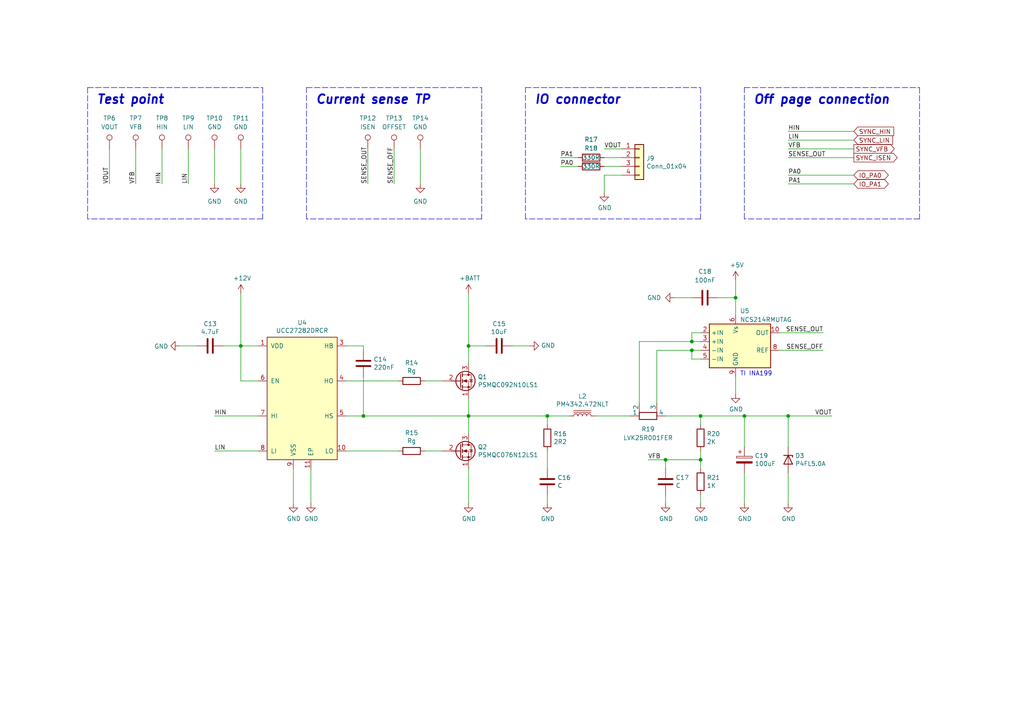
<source format=kicad_sch>
(kicad_sch (version 20211123) (generator eeschema)
  (paper "A4")
  (title_block (title "Multi purpose power converter module with CAN bus interface") (date "2022-09-07") (rev "0.1") (company "City Science Lab @ Taipei Tech /a cooperation with the MIT Media Lab") (comment 1 "DANCHOUZHOU © Danny Chou, all rights reserved.") (comment 2 "https://github.com/danchouzhou") (comment 3 "danchouzhou@gmail.com"))
  (lib_symbols
    (symbol "Connector:TestPoint" (pin_numbers hide) (pin_names (offset 0.762) hide)
      (property "Reference" "TP" (at 0 6.858 0))
      (property "Value" "TestPoint" (at 0 5.08 0))
      (symbol "TestPoint_0_1"
        (circle (center 0 3.302) (radius 0.762))
      )
      (symbol "TestPoint_1_1"
        (pin passive line (at 0 0 90) (length 2.54) (name "1") (number "1"))
      )
    )
    (symbol "Connector_Generic:Conn_01x04" (pin_names (offset 1.016) hide)
      (property "Reference" "J" (at 0 5.08 0))
      (property "Value" "Conn_01x04" (at 0 -7.62 0))
      (symbol "Conn_01x04_1_1"
        (rectangle (start -1.27 -4.953) (end 0 -5.207) (stroke (width 0.1524)))
        (rectangle (start -1.27 -2.413) (end 0 -2.667) (stroke (width 0.1524)))
        (rectangle (start -1.27 0.127) (end 0 -0.127) (stroke (width 0.1524)))
        (rectangle (start -1.27 2.667) (end 0 2.413) (stroke (width 0.1524)))
        (rectangle (start -1.27 3.81) (end 1.27 -6.35) (stroke (width 0.254)) (fill (type background)))
        (pin passive line (at -5.08 2.54 0) (length 3.81) (name "Pin_1") (number "1"))
        (pin passive line (at -5.08 0 0) (length 3.81) (name "Pin_2") (number "2"))
        (pin passive line (at -5.08 -2.54 0) (length 3.81) (name "Pin_3") (number "3"))
        (pin passive line (at -5.08 -5.08 0) (length 3.81) (name "Pin_4") (number "4"))
      )
    )
    (symbol "Device:C" (pin_numbers hide) (pin_names (offset 0.254))
      (property "Reference" "C" (at 0.635 2.54 0))
      (property "Value" "C" (at 0.635 -2.54 0))
      (symbol "C_0_1"
        (polyline (pts (xy -2.032 -0.762) (xy 2.032 -0.762)) (stroke (width 0.508)))
        (polyline (pts (xy -2.032 0.762) (xy 2.032 0.762)) (stroke (width 0.508)))
      )
      (symbol "C_1_1"
        (pin passive line (at 0 3.81 270) (length 2.794) (name "~") (number "1"))
        (pin passive line (at 0 -3.81 90) (length 2.794) (name "~") (number "2"))
      )
    )
    (symbol "Device:C_Polarized" (pin_numbers hide) (pin_names (offset 0.254))
      (property "Reference" "C" (at 0.635 2.54 0))
      (property "Value" "C_Polarized" (at 0.635 -2.54 0))
      (symbol "C_Polarized_0_1"
        (rectangle (start -2.286 0.508) (end 2.286 1.016))
        (polyline (pts (xy -1.778 2.286) (xy -0.762 2.286)))
        (polyline (pts (xy -1.27 2.794) (xy -1.27 1.778)))
        (rectangle (start 2.286 -0.508) (end -2.286 -1.016) (fill (type outline)))
      )
      (symbol "C_Polarized_1_1"
        (pin passive line (at 0 3.81 270) (length 2.794) (name "~") (number "1"))
        (pin passive line (at 0 -3.81 90) (length 2.794) (name "~") (number "2"))
      )
    )
    (symbol "Device:L_Iron" (pin_numbers hide) (pin_names (offset 1.016) hide)
      (property "Reference" "L" (at -1.27 0 90))
      (property "Value" "L_Iron" (at 2.794 0 90))
      (symbol "L_Iron_0_1"
        (arc (start 0 -2.54) (mid 0.635 -1.905) (end 0 -1.27))
        (arc (start 0 -1.27) (mid 0.635 -0.635) (end 0 0))
        (polyline (pts (xy 1.016 2.54) (xy 1.016 -2.54)))
        (polyline (pts (xy 1.524 -2.54) (xy 1.524 2.54)))
        (arc (start 0 0) (mid 0.635 0.635) (end 0 1.27))
        (arc (start 0 1.27) (mid 0.635 1.905) (end 0 2.54))
      )
      (symbol "L_Iron_1_1"
        (pin passive line (at 0 3.81 270) (length 1.27) (name "1") (number "1"))
        (pin passive line (at 0 -3.81 90) (length 1.27) (name "2") (number "2"))
      )
    )
    (symbol "Device:Q_NMOS_SGD" (pin_names (offset 0) hide)
      (property "Reference" "Q" (at 5.08 1.27 0))
      (property "Value" "Q_NMOS_SGD" (at 5.08 -1.27 0))
      (symbol "Q_NMOS_SGD_0_1"
        (polyline (pts (xy 0.254 0) (xy -2.54 0)))
        (polyline (pts (xy 0.254 1.905) (xy 0.254 -1.905)) (stroke (width 0.254)))
        (polyline (pts (xy 0.762 -1.27) (xy 0.762 -2.286)) (stroke (width 0.254)))
        (polyline (pts (xy 0.762 0.508) (xy 0.762 -0.508)) (stroke (width 0.254)))
        (polyline (pts (xy 0.762 2.286) (xy 0.762 1.27)) (stroke (width 0.254)))
        (polyline (pts (xy 2.54 2.54) (xy 2.54 1.778)))
        (polyline (pts (xy 2.54 -2.54) (xy 2.54 0) (xy 0.762 0)))
        (polyline (pts (xy 0.762 -1.778) (xy 3.302 -1.778) (xy 3.302 1.778) (xy 0.762 1.778)))
        (polyline (pts (xy 1.016 0) (xy 2.032 0.381) (xy 2.032 -0.381) (xy 1.016 0)) (fill (type outline)))
        (polyline (pts (xy 2.794 0.508) (xy 2.921 0.381) (xy 3.683 0.381) (xy 3.81 0.254)))
        (polyline (pts (xy 3.302 0.381) (xy 2.921 -0.254) (xy 3.683 -0.254) (xy 3.302 0.381)))
        (circle (center 1.651 0) (radius 2.794) (stroke (width 0.254)))
        (circle (center 2.54 -1.778) (radius 0.254) (fill (type outline)))
        (circle (center 2.54 1.778) (radius 0.254) (fill (type outline)))
      )
      (symbol "Q_NMOS_SGD_1_1"
        (pin passive line (at 2.54 -5.08 90) (length 2.54) (name "S") (number "1"))
        (pin input line (at -5.08 0 0) (length 5.08) (name "G") (number "2"))
        (pin passive line (at 2.54 5.08 270) (length 2.54) (name "D") (number "3"))
      )
    )
    (symbol "Device:R" (pin_numbers hide) (pin_names (offset 0))
      (property "Reference" "R" (at 2.032 0 90))
      (property "Value" "R" (at 0 0 90))
      (symbol "R_0_1"
        (rectangle (start -1.016 -2.54) (end 1.016 2.54) (stroke (width 0.254)))
      )
      (symbol "R_1_1"
        (pin passive line (at 0 3.81 270) (length 1.27) (name "~") (number "1"))
        (pin passive line (at 0 -3.81 90) (length 1.27) (name "~") (number "2"))
      )
    )
    (symbol "Device:R_Shunt" (pin_numbers hide) (pin_names (offset 0))
      (property "Reference" "R" (at -4.445 0 90))
      (property "Value" "R_Shunt" (at -2.54 0 90))
      (symbol "R_Shunt_0_1"
        (rectangle (start -1.016 -2.54) (end 1.016 2.54) (stroke (width 0.254)))
        (polyline (pts (xy 0 -2.54) (xy 1.27 -2.54)))
        (polyline (pts (xy 1.27 2.54) (xy 0 2.54)))
      )
      (symbol "R_Shunt_1_1"
        (pin passive line (at 0 5.08 270) (length 2.54) (name "1") (number "1"))
        (pin passive line (at 3.81 2.54 180) (length 2.54) (name "2") (number "2"))
        (pin passive line (at 3.81 -2.54 180) (length 2.54) (name "3") (number "3"))
        (pin passive line (at 0 -5.08 90) (length 2.54) (name "4") (number "4"))
      )
    )
    (symbol "Diode:5KPxxA" (pin_numbers hide) (pin_names (offset 1.016) hide)
      (property "Reference" "D" (at 0 2.54 0))
      (property "Value" "5KPxxA" (at 0 -2.54 0))
      (symbol "5KPxxA_0_1"
        (polyline (pts (xy 1.27 0) (xy -1.27 0)))
        (polyline (pts (xy -0.762 1.27) (xy -1.27 1.27) (xy -1.27 -1.27)) (stroke (width 0.254)))
        (polyline (pts (xy 1.27 1.27) (xy 1.27 -1.27) (xy -1.27 0) (xy 1.27 1.27)) (stroke (width 0.254)))
      )
      (symbol "5KPxxA_1_1"
        (pin passive line (at -3.81 0 0) (length 2.54) (name "A1") (number "1"))
        (pin passive line (at 3.81 0 180) (length 2.54) (name "A2") (number "2"))
      )
    )
    (symbol "NCS214:NCS214RMUTAG"
      (property "Reference" "U" (at -7.62 8.89 0))
      (property "Value" "NCS214RMUTAG" (at 2.54 8.89 0))
      (symbol "NCS214RMUTAG_0_1"
        (rectangle (start -7.62 7.62) (end 10.16 -5.08) (stroke (width 0.254)) (fill (type background)))
      )
      (symbol "NCS214RMUTAG_1_1"
        (pin output line (at 12.7 5.08 180) (length 2.54) (name "OUT") (number "10"))
        (pin input line (at -10.16 5.08 0) (length 2.54) (name "+IN") (number "2"))
        (pin input line (at -10.16 2.54 0) (length 2.54) (name "+IN") (number "3"))
        (pin input line (at -10.16 0 0) (length 2.54) (name "-IN") (number "4"))
        (pin input line (at -10.16 -2.54 0) (length 2.54) (name "-IN") (number "5"))
        (pin power_in line (at 0 10.16 270) (length 2.54) (name "Vs") (number "6"))
        (pin input line (at 12.7 0 180) (length 2.54) (name "REF") (number "8"))
        (pin power_in line (at 0 -7.62 90) (length 2.54) (name "GND") (number "9"))
      )
    )
    (symbol "UCC27282:UCC27282DRCR" (pin_names (offset 1.016))
      (property "Reference" "U" (at 0 21.59 0))
      (property "Value" "UCC27282DRCR" (at 0 19.05 0))
      (symbol "UCC27282DRCR_0_1"
        (rectangle (start -10.16 17.78) (end 10.16 -17.78) (stroke (width 0.2032)) (fill (type background)))
      )
      (symbol "UCC27282DRCR_1_1"
        (pin power_in line (at -12.7 15.24 0) (length 2.54) (name "VDD") (number "1"))
        (pin output line (at 12.7 -15.24 180) (length 2.54) (name "LO") (number "10"))
        (pin passive line (at 2.54 -20.32 90) (length 2.54) (name "EP") (number "11"))
        (pin passive line (at 12.7 15.24 180) (length 2.54) (name "HB") (number "3"))
        (pin output line (at 12.7 5.08 180) (length 2.54) (name "HO") (number "4"))
        (pin output line (at 12.7 -5.08 180) (length 2.54) (name "HS") (number "5"))
        (pin input line (at -12.7 5.08 0) (length 2.54) (name "EN") (number "6"))
        (pin input line (at -12.7 -5.08 0) (length 2.54) (name "HI") (number "7"))
        (pin input line (at -12.7 -15.24 0) (length 2.54) (name "LI") (number "8"))
        (pin power_in line (at -2.54 -20.32 90) (length 2.54) (name "VSS") (number "9"))
      )
    )
    (symbol "power:+12V" (power) (pin_names (offset 0))
      (property "Value" "+12V" (at 0 3.556 0))
      (symbol "+12V_0_1"
        (polyline (pts (xy -0.762 1.27) (xy 0 2.54)))
        (polyline (pts (xy 0 0) (xy 0 2.54)))
        (polyline (pts (xy 0 2.54) (xy 0.762 1.27)))
      )
      (symbol "+12V_1_1"
        (pin power_in line (at 0 0 90) (length 0) hide (name "+12V") (number "1"))
      )
    )
    (symbol "power:+5V" (power) (pin_names (offset 0))
      (property "Value" "+5V" (at 0 3.556 0))
      (symbol "+5V_0_1"
        (polyline (pts (xy -0.762 1.27) (xy 0 2.54)))
        (polyline (pts (xy 0 0) (xy 0 2.54)))
        (polyline (pts (xy 0 2.54) (xy 0.762 1.27)))
      )
      (symbol "+5V_1_1"
        (pin power_in line (at 0 0 90) (length 0) hide (name "+5V") (number "1"))
      )
    )
    (symbol "power:+BATT" (power) (pin_names (offset 0))
      (property "Value" "+BATT" (at 0 3.556 0))
      (symbol "+BATT_0_1"
        (polyline (pts (xy -0.762 1.27) (xy 0 2.54)))
        (polyline (pts (xy 0 0) (xy 0 2.54)))
        (polyline (pts (xy 0 2.54) (xy 0.762 1.27)))
      )
      (symbol "+BATT_1_1"
        (pin power_in line (at 0 0 90) (length 0) hide (name "+BATT") (number "1"))
      )
    )
    (symbol "power:GND" (power) (pin_names (offset 0))
      (property "Value" "GND" (at 0 -3.81 0))
      (symbol "GND_0_1"
        (polyline (pts (xy 0 0) (xy 0 -1.27) (xy 1.27 -1.27) (xy 0 -2.54) (xy -1.27 -1.27) (xy 0 -1.27)))
      )
      (symbol "GND_1_1"
        (pin power_in line (at 0 0 270) (length 0) hide (name "GND") (number "1"))
      )
    )
  )
  (junction (at 213.36 86.36))
  (junction (at 193.04 133.35))
  (junction (at 200.66 99.06))
  (junction (at 69.85 100.33))
  (junction (at 135.89 120.65))
  (junction (at 203.2 133.35))
  (junction (at 215.9 120.65))
  (junction (at 158.75 120.65))
  (junction (at 200.66 101.6))
  (junction (at 203.2 120.65))
  (junction (at 105.41 120.65))
  (junction (at 135.89 100.33))
  (junction (at 228.6 120.65))
  (wire (pts (xy 106.68 43.18) (xy 106.68 53.34)))
  (wire (pts (xy 208.28 86.36) (xy 213.36 86.36)))
  (wire (pts (xy 228.6 120.65) (xy 241.3 120.65)))
  (wire (pts (xy 200.66 96.52) (xy 200.66 99.06)))
  (wire (pts (xy 203.2 104.14) (xy 200.66 104.14)))
  (wire (pts (xy 54.61 43.18) (xy 54.61 53.34)))
  (polyline (pts (xy 88.9 25.4) (xy 139.7 25.4)))
  (polyline (pts (xy 266.7 25.4) (xy 266.7 63.5)))
  (wire (pts (xy 158.75 120.65) (xy 165.1 120.65)))
  (wire (pts (xy 85.09 135.89) (xy 85.09 146.05)))
  (polyline (pts (xy 203.2 63.5) (xy 152.4 63.5)))
  (wire (pts (xy 135.89 100.33) (xy 140.97 100.33)))
  (wire (pts (xy 162.56 48.26) (xy 167.64 48.26)))
  (wire (pts (xy 158.75 123.19) (xy 158.75 120.65)))
  (wire (pts (xy 193.04 120.65) (xy 203.2 120.65)))
  (wire (pts (xy 180.34 45.72) (xy 175.26 45.72)))
  (wire (pts (xy 39.37 43.18) (xy 39.37 53.34)))
  (polyline (pts (xy 88.9 63.5) (xy 88.9 25.4)))
  (polyline (pts (xy 215.9 25.4) (xy 266.7 25.4)))
  (wire (pts (xy 175.26 48.26) (xy 180.34 48.26)))
  (wire (pts (xy 121.92 43.18) (xy 121.92 53.34)))
  (wire (pts (xy 105.41 100.33) (xy 100.33 100.33)))
  (wire (pts (xy 105.41 120.65) (xy 100.33 120.65)))
  (wire (pts (xy 135.89 135.89) (xy 135.89 146.05)))
  (wire (pts (xy 69.85 43.18) (xy 69.85 53.34)))
  (polyline (pts (xy 76.2 63.5) (xy 25.4 63.5)))
  (wire (pts (xy 226.06 96.52) (xy 238.76 96.52)))
  (wire (pts (xy 153.67 100.33) (xy 148.59 100.33)))
  (wire (pts (xy 100.33 130.81) (xy 115.57 130.81)))
  (wire (pts (xy 203.2 120.65) (xy 215.9 120.65)))
  (wire (pts (xy 135.89 85.09) (xy 135.89 100.33)))
  (wire (pts (xy 175.26 50.8) (xy 175.26 55.88)))
  (polyline (pts (xy 215.9 63.5) (xy 215.9 25.4)))
  (wire (pts (xy 200.66 101.6) (xy 190.5 101.6)))
  (wire (pts (xy 90.17 135.89) (xy 90.17 146.05)))
  (wire (pts (xy 228.6 146.05) (xy 228.6 137.16)))
  (polyline (pts (xy 266.7 63.5) (xy 215.9 63.5)))
  (wire (pts (xy 114.3 43.18) (xy 114.3 53.34)))
  (wire (pts (xy 228.6 50.8) (xy 247.65 50.8)))
  (polyline (pts (xy 139.7 63.5) (xy 88.9 63.5)))
  (wire (pts (xy 228.6 45.72) (xy 247.65 45.72)))
  (wire (pts (xy 200.66 101.6) (xy 200.66 104.14)))
  (wire (pts (xy 123.19 110.49) (xy 128.27 110.49)))
  (wire (pts (xy 69.85 85.09) (xy 69.85 100.33)))
  (polyline (pts (xy 25.4 25.4) (xy 25.4 63.5)))
  (polyline (pts (xy 152.4 63.5) (xy 152.4 25.4)))
  (wire (pts (xy 203.2 96.52) (xy 200.66 96.52)))
  (wire (pts (xy 203.2 120.65) (xy 203.2 123.19)))
  (wire (pts (xy 215.9 129.54) (xy 215.9 120.65)))
  (wire (pts (xy 158.75 143.51) (xy 158.75 146.05)))
  (wire (pts (xy 62.23 43.18) (xy 62.23 53.34)))
  (polyline (pts (xy 76.2 25.4) (xy 76.2 63.5)))
  (wire (pts (xy 203.2 133.35) (xy 203.2 135.89)))
  (wire (pts (xy 180.34 50.8) (xy 175.26 50.8)))
  (polyline (pts (xy 203.2 25.4) (xy 203.2 63.5)))
  (wire (pts (xy 105.41 101.6) (xy 105.41 100.33)))
  (wire (pts (xy 228.6 43.18) (xy 247.65 43.18)))
  (wire (pts (xy 200.66 99.06) (xy 185.42 99.06)))
  (wire (pts (xy 158.75 135.89) (xy 158.75 130.81)))
  (wire (pts (xy 64.77 100.33) (xy 69.85 100.33)))
  (wire (pts (xy 69.85 110.49) (xy 74.93 110.49)))
  (wire (pts (xy 228.6 129.54) (xy 228.6 120.65)))
  (wire (pts (xy 193.04 143.51) (xy 193.04 146.05)))
  (wire (pts (xy 215.9 146.05) (xy 215.9 137.16)))
  (wire (pts (xy 185.42 99.06) (xy 185.42 116.84)))
  (wire (pts (xy 195.58 86.36) (xy 200.66 86.36)))
  (wire (pts (xy 193.04 133.35) (xy 193.04 135.89)))
  (wire (pts (xy 228.6 53.34) (xy 247.65 53.34)))
  (wire (pts (xy 62.23 120.65) (xy 74.93 120.65)))
  (wire (pts (xy 105.41 109.22) (xy 105.41 120.65)))
  (wire (pts (xy 228.6 40.64) (xy 247.65 40.64)))
  (wire (pts (xy 193.04 133.35) (xy 187.96 133.35)))
  (wire (pts (xy 135.89 105.41) (xy 135.89 100.33)))
  (wire (pts (xy 180.34 43.18) (xy 175.26 43.18)))
  (wire (pts (xy 123.19 130.81) (xy 128.27 130.81)))
  (wire (pts (xy 226.06 101.6) (xy 238.76 101.6)))
  (wire (pts (xy 190.5 101.6) (xy 190.5 116.84)))
  (wire (pts (xy 31.75 43.18) (xy 31.75 53.34)))
  (polyline (pts (xy 152.4 25.4) (xy 203.2 25.4)))
  (wire (pts (xy 100.33 110.49) (xy 115.57 110.49)))
  (wire (pts (xy 52.07 100.33) (xy 57.15 100.33)))
  (polyline (pts (xy 139.7 25.4) (xy 139.7 63.5)))
  (wire (pts (xy 203.2 143.51) (xy 203.2 146.05)))
  (wire (pts (xy 203.2 130.81) (xy 203.2 133.35)))
  (wire (pts (xy 105.41 120.65) (xy 135.89 120.65)))
  (wire (pts (xy 203.2 101.6) (xy 200.66 101.6)))
  (wire (pts (xy 167.64 45.72) (xy 162.56 45.72)))
  (polyline (pts (xy 25.4 25.4) (xy 76.2 25.4)))
  (wire (pts (xy 228.6 38.1) (xy 247.65 38.1)))
  (wire (pts (xy 62.23 130.81) (xy 74.93 130.81)))
  (wire (pts (xy 213.36 86.36) (xy 213.36 91.44)))
  (wire (pts (xy 46.99 43.18) (xy 46.99 53.34)))
  (wire (pts (xy 69.85 100.33) (xy 74.93 100.33)))
  (wire (pts (xy 213.36 81.28) (xy 213.36 86.36)))
  (wire (pts (xy 213.36 114.3) (xy 213.36 109.22)))
  (wire (pts (xy 69.85 100.33) (xy 69.85 110.49)))
  (wire (pts (xy 215.9 120.65) (xy 228.6 120.65)))
  (wire (pts (xy 135.89 120.65) (xy 135.89 125.73)))
  (wire (pts (xy 135.89 120.65) (xy 158.75 120.65)))
  (wire (pts (xy 203.2 133.35) (xy 193.04 133.35)))
  (wire (pts (xy 172.72 120.65) (xy 182.88 120.65)))
  (wire (pts (xy 203.2 99.06) (xy 200.66 99.06)))
  (wire (pts (xy 135.89 115.57) (xy 135.89 120.65)))
  (text "Off page connection" (at 218.44 30.48 0) (effects (font (size 2.54 2.54) (thickness 0.508) bold italic) (justify left bottom)))
  (text "Current sense TP" (at 91.44 30.48 0) (effects (font (size 2.54 2.54) (thickness 0.508) bold italic) (justify left bottom)))
  (text "IO connector" (at 154.94 30.48 0) (effects (font (size 2.54 2.54) (thickness 0.508) bold italic) (justify left bottom)))
  (text "Test point" (at 27.94 30.48 0) (effects (font (size 2.54 2.54) (thickness 0.508) bold italic) (justify left bottom)))
  (text "TI INA199" (at 214.63 109.22 0) (effects (font (size 1.27 1.27)) (justify left bottom)))
  (label "PA0" (at 162.56 48.26 0))
  (label "SENSE_OFF" (at 238.76 101.6 180))
  (label "SENSE_OUT" (at 106.68 53.34 90))
  (label "LIN" (at 228.6 40.64 0))
  (label "LIN" (at 62.23 130.81 0))
  (label "HIN" (at 62.23 120.65 0))
  (label "PA1" (at 228.6 53.34 0))
  (label "VFB" (at 39.37 53.34 90))
  (label "SENSE_OFF" (at 114.3 53.34 90))
  (label "PA0" (at 228.6 50.8 0))
  (label "SENSE_OUT" (at 228.6 45.72 0))
  (label "VOUT" (at 175.26 43.18 0))
  (label "HIN" (at 228.6 38.1 0))
  (label "SENSE_OUT" (at 238.76 96.52 180))
  (label "VOUT" (at 241.3 120.65 180))
  (label "VFB" (at 228.6 43.18 0))
  (label "LIN" (at 54.61 53.34 90))
  (label "VFB" (at 187.96 133.35 0))
  (label "PA1" (at 162.56 45.72 0))
  (label "HIN" (at 46.99 53.34 90))
  (label "VOUT" (at 31.75 53.34 90))
  (global_label "SYNC_HIN" (shape input) (at 247.65 38.1 0) (property "Intersheet References" "${INTERSHEET_REFS}" (effects hide)))
  (global_label "SYNC_LIN" (shape input) (at 247.65 40.64 0) (property "Intersheet References" "${INTERSHEET_REFS}" (effects hide)))
  (global_label "SYNC_VFB" (shape output) (at 247.65 43.18 0) (property "Intersheet References" "${INTERSHEET_REFS}" (effects hide)))
  (global_label "IO_PA1" (shape bidirectional) (at 247.65 53.34 0) (property "Intersheet References" "${INTERSHEET_REFS}" (effects hide)))
  (global_label "SYNC_ISEN" (shape output) (at 247.65 45.72 0) (property "Intersheet References" "${INTERSHEET_REFS}" (effects hide)))
  (global_label "IO_PA0" (shape bidirectional) (at 247.65 50.8 0) (property "Intersheet References" "${INTERSHEET_REFS}" (effects hide)))
  (symbol (lib_id "Device:L_Iron") (at 168.91 120.65 90) (unit 1)
    (property "Reference" "L2" (at 168.91 114.935 90))
    (property "Value" "PM4342.472NLT" (at 168.91 117.2464 90))
    (property "Footprint" "Bourns_SRP1038AA:INDPM110100X400N" (effects hide))
  )
  (symbol (lib_id "power:GND") (at 215.9 146.05 0) (unit 1)
    (property "Reference" "#PWR063" (effects hide))
    (property "Value" "GND" (at 216.027 150.4442 0))
  )
  (symbol (lib_id "Diode:5KPxxA") (at 228.6 133.35 270) (unit 1)
    (property "Reference" "D3" (at 230.6066 132.1816 90) (effects (justify left)))
    (property "Value" "P4FL5.0A" (at 230.6066 134.493 90) (effects (justify left)))
    (property "Footprint" "Diode_SMD:D_SOD-123F" (effects hide))
    (property "Datasheet" "https://diotec.com/tl_files/diotec/files/pdf/datasheets/5kp65.pdf" (effects hide))
  )
  (symbol (lib_id "power:GND") (at 228.6 146.05 0) (unit 1)
    (property "Reference" "#PWR064" (effects hide))
    (property "Value" "GND" (at 228.727 150.4442 0))
  )
  (symbol (lib_id "Device:C") (at 105.41 105.41 0) (unit 1)
    (property "Reference" "C14" (at 108.331 104.2416 0) (effects (justify left)))
    (property "Value" "220nF" (at 108.331 106.553 0) (effects (justify left)))
    (property "Footprint" "Capacitor_SMD:C_0603_1608Metric" (effects hide))
  )
  (symbol (lib_id "power:GND") (at 135.89 146.05 0) (unit 1)
    (property "Reference" "#PWR054" (effects hide))
    (property "Value" "GND" (at 136.017 150.4442 0))
  )
  (symbol (lib_id "power:GND") (at 85.09 146.05 0) (unit 1)
    (property "Reference" "#PWR050" (effects hide))
    (property "Value" "GND" (at 85.217 150.4442 0))
  )
  (symbol (lib_id "Device:C") (at 60.96 100.33 270) (unit 1)
    (property "Reference" "C13" (at 60.96 93.9292 90))
    (property "Value" "4.7uF" (at 60.96 96.2406 90))
    (property "Footprint" "Capacitor_SMD:C_0603_1608Metric" (effects hide))
  )
  (symbol (lib_id "power:GND") (at 52.07 100.33 270) (unit 1)
    (property "Reference" "#PWR046" (effects hide))
    (property "Value" "GND" (at 48.8188 100.457 90) (effects (justify right)))
  )
  (symbol (lib_id "power:+12V") (at 69.85 85.09 0) (unit 1)
    (property "Reference" "#PWR049" (effects hide))
    (property "Value" "+12V" (at 70.231 80.6958 0))
  )
  (symbol (lib_id "Device:C") (at 144.78 100.33 270) (unit 1)
    (property "Reference" "C15" (at 144.78 93.9292 90))
    (property "Value" "10uF" (at 144.78 96.2406 90))
    (property "Footprint" "Capacitor_SMD:C_1210_3225Metric" (effects hide))
  )
  (symbol (lib_id "Device:R") (at 119.38 110.49 270) (unit 1)
    (property "Reference" "R14" (at 119.38 105.2322 90))
    (property "Value" "Rg" (at 119.38 107.5436 90))
    (property "Footprint" "Resistor_SMD:R_0603_1608Metric" (effects hide))
  )
  (symbol (lib_id "Device:R") (at 119.38 130.81 270) (unit 1)
    (property "Reference" "R15" (at 119.38 125.5522 90))
    (property "Value" "Rg" (at 119.38 127.8636 90))
    (property "Footprint" "Resistor_SMD:R_0603_1608Metric" (effects hide))
  )
  (symbol (lib_id "power:GND") (at 90.17 146.05 0) (unit 1)
    (property "Reference" "#PWR051" (effects hide))
    (property "Value" "GND" (at 90.297 150.4442 0))
  )
  (symbol (lib_id "UCC27282:UCC27282DRCR") (at 87.63 115.57 0) (unit 1)
    (property "Reference" "U4" (at 87.63 93.5736 0))
    (property "Value" "UCC27282DRCR" (at 87.63 95.885 0))
    (property "Footprint" "Package_SON:Texas_DRC0010J_ThermalVias" (effects hide))
    (property "Datasheet" "https://www.ti.com/lit/ds/symlink/ucc27282.pdf" (effects hide))
  )
  (symbol (lib_id "Device:C_Polarized") (at 215.9 133.35 0) (unit 1)
    (property "Reference" "C19" (at 218.8972 132.1816 0) (effects (justify left)))
    (property "Value" "100uF" (at 218.8972 134.493 0) (effects (justify left)))
    (property "Footprint" "Capacitor_Tantalum_SMD:CP_EIA-7343-31_Kemet-D" (effects hide))
  )
  (symbol (lib_id "Device:R") (at 158.75 127 0) (unit 1)
    (property "Reference" "R16" (at 160.528 125.8316 0) (effects (justify left)))
    (property "Value" "2R2" (at 160.528 128.143 0) (effects (justify left)))
    (property "Footprint" "Resistor_SMD:R_0805_2012Metric" (effects hide))
  )
  (symbol (lib_id "Device:C") (at 158.75 139.7 0) (unit 1)
    (property "Reference" "C16" (at 161.671 138.5316 0) (effects (justify left)))
    (property "Value" "C" (at 161.671 140.843 0) (effects (justify left)))
    (property "Footprint" "Capacitor_SMD:C_0805_2012Metric_Pad1.18x1.45mm_HandSolder" (effects hide))
  )
  (symbol (lib_id "power:GND") (at 158.75 146.05 0) (unit 1)
    (property "Reference" "#PWR056" (effects hide))
    (property "Value" "GND" (at 158.877 150.4442 0))
  )
  (symbol (lib_id "power:GND") (at 153.67 100.33 90) (unit 1)
    (property "Reference" "#PWR055" (effects hide))
    (property "Value" "GND" (at 156.9212 100.203 90) (effects (justify right)))
  )
  (symbol (lib_id "Device:R") (at 203.2 127 0) (unit 1)
    (property "Reference" "R20" (at 204.978 125.8316 0) (effects (justify left)))
    (property "Value" "2K" (at 204.978 128.143 0) (effects (justify left)))
    (property "Footprint" "Resistor_SMD:R_0603_1608Metric" (effects hide))
  )
  (symbol (lib_id "Device:R") (at 203.2 139.7 0) (unit 1)
    (property "Reference" "R21" (at 204.978 138.5316 0) (effects (justify left)))
    (property "Value" "1K" (at 204.978 140.843 0) (effects (justify left)))
    (property "Footprint" "Resistor_SMD:R_0603_1608Metric" (effects hide))
  )
  (symbol (lib_id "power:GND") (at 203.2 146.05 0) (unit 1)
    (property "Reference" "#PWR060" (effects hide))
    (property "Value" "GND" (at 203.327 150.4442 0))
  )
  (symbol (lib_id "Device:C") (at 193.04 139.7 0) (unit 1)
    (property "Reference" "C17" (at 195.961 138.5316 0) (effects (justify left)))
    (property "Value" "C" (at 195.961 140.843 0) (effects (justify left)))
    (property "Footprint" "Capacitor_SMD:C_0603_1608Metric" (effects hide))
  )
  (symbol (lib_id "power:GND") (at 193.04 146.05 0) (unit 1)
    (property "Reference" "#PWR058" (effects hide))
    (property "Value" "GND" (at 193.167 150.4442 0))
  )
  (symbol (lib_id "Device:Q_NMOS_SGD") (at 133.35 110.49 0) (unit 1)
    (property "Reference" "Q1" (at 138.557 109.3216 0) (effects (justify left)))
    (property "Value" "PSMQC092N10LS1" (at 138.557 111.633 0) (effects (justify left)))
    (property "Footprint" "PANJIT_DFN:PANJIT_DFN5060-8L" (effects hide))
  )
  (symbol (lib_id "Device:Q_NMOS_SGD") (at 133.35 130.81 0) (unit 1)
    (property "Reference" "Q2" (at 138.557 129.6416 0) (effects (justify left)))
    (property "Value" "PSMQC076N12LS1" (at 138.557 131.953 0) (effects (justify left)))
    (property "Footprint" "PANJIT_DFN:PANJIT_DFN5060-8L" (effects hide))
  )
  (symbol (lib_id "Connector_Generic:Conn_01x04") (at 185.42 45.72 0) (unit 1)
    (property "Reference" "J9" (at 187.452 45.9232 0) (effects (justify left)))
    (property "Value" "Conn_01x04" (at 187.452 48.2346 0) (effects (justify left)))
    (property "Footprint" "IO_CONN:IO_CONN" (effects hide))
  )
  (symbol (lib_id "Device:R") (at 171.45 45.72 270) (unit 1)
    (property "Reference" "R17" (at 171.45 40.4622 90))
    (property "Value" "330R" (at 171.45 45.72 90))
    (property "Footprint" "Resistor_SMD:R_0603_1608Metric" (effects hide))
  )
  (symbol (lib_id "Device:R") (at 171.45 48.26 270) (unit 1)
    (property "Reference" "R18" (at 171.45 43.0022 90))
    (property "Value" "330R" (at 171.45 48.26 90))
    (property "Footprint" "Resistor_SMD:R_0603_1608Metric" (effects hide))
  )
  (symbol (lib_id "power:GND") (at 175.26 55.88 0) (unit 1)
    (property "Reference" "#PWR057" (effects hide))
    (property "Value" "GND" (at 175.387 60.2742 0))
  )
  (symbol (lib_id "NCS214:NCS214RMUTAG") (at 213.36 101.6 0) (unit 1)
    (property "Reference" "U5" (at 214.63 90.17 0) (effects (justify left)))
    (property "Value" "NCS214RMUTAG" (at 214.63 92.71 0) (effects (justify left)))
    (property "Footprint" "Package_DFN_QFN:UQFN-10_1.4x1.8mm_P0.4mm" (effects hide))
    (property "Datasheet" "https://www.onsemi.com/pub/Collateral/NCS210R-D.PDF" (effects hide))
  )
  (symbol (lib_id "power:GND") (at 213.36 114.3 0) (unit 1)
    (property "Reference" "#PWR062" (effects hide))
    (property "Value" "GND" (at 213.487 118.6942 0))
  )
  (symbol (lib_id "power:+5V") (at 213.36 81.28 0) (unit 1)
    (property "Reference" "#PWR061" (effects hide))
    (property "Value" "+5V" (at 213.741 76.8858 0))
  )
  (symbol (lib_id "power:+BATT") (at 135.89 85.09 0) (unit 1)
    (property "Reference" "#PWR053" (effects hide))
    (property "Value" "+BATT" (at 136.271 80.6958 0))
  )
  (symbol (lib_id "Connector:TestPoint") (at 114.3 43.18 0) (unit 1)
    (property "Reference" "TP13" (at 114.3 34.29 0))
    (property "Value" "OFFSET" (at 114.3 36.83 0))
    (property "Footprint" "TestPoint:TestPoint_Keystone_5005-5009_Compact" (effects hide))
  )
  (symbol (lib_id "power:GND") (at 121.92 53.34 0) (unit 1)
    (property "Reference" "#PWR052" (effects hide))
    (property "Value" "GND" (at 121.92 58.42 0))
  )
  (symbol (lib_id "Connector:TestPoint") (at 39.37 43.18 0) (unit 1)
    (property "Reference" "TP7" (at 39.37 34.29 0))
    (property "Value" "VFB" (at 39.37 36.83 0))
    (property "Footprint" "TestPoint:TestPoint_Keystone_5005-5009_Compact" (effects hide))
  )
  (symbol (lib_id "Connector:TestPoint") (at 62.23 43.18 0) (unit 1)
    (property "Reference" "TP10" (at 62.23 34.29 0))
    (property "Value" "GND" (at 62.23 36.83 0))
    (property "Footprint" "TestPoint:TestPoint_Keystone_5005-5009_Compact" (effects hide))
  )
  (symbol (lib_id "Connector:TestPoint") (at 46.99 43.18 0) (unit 1)
    (property "Reference" "TP8" (at 46.99 34.29 0))
    (property "Value" "HIN" (at 46.99 36.83 0))
    (property "Footprint" "TestPoint:TestPoint_Keystone_5005-5009_Compact" (effects hide))
  )
  (symbol (lib_id "power:GND") (at 69.85 53.34 0) (unit 1)
    (property "Reference" "#PWR048" (effects hide))
    (property "Value" "GND" (at 69.85 58.42 0))
  )
  (symbol (lib_id "Connector:TestPoint") (at 31.75 43.18 0) (unit 1)
    (property "Reference" "TP6" (at 31.75 34.29 0))
    (property "Value" "VOUT" (at 31.75 36.83 0))
    (property "Footprint" "TestPoint:TestPoint_Keystone_5005-5009_Compact" (effects hide))
  )
  (symbol (lib_id "power:GND") (at 195.58 86.36 270) (unit 1)
    (property "Reference" "#PWR059" (effects hide))
    (property "Value" "GND" (at 191.77 86.3599 90) (effects (justify right)))
  )
  (symbol (lib_id "Connector:TestPoint") (at 69.85 43.18 0) (unit 1)
    (property "Reference" "TP11" (at 69.85 34.29 0))
    (property "Value" "GND" (at 69.85 36.83 0))
    (property "Footprint" "TestPoint:TestPoint_Keystone_5005-5009_Compact" (effects hide))
  )
  (symbol (lib_id "Device:R_Shunt") (at 187.96 120.65 90) (unit 1)
    (property "Reference" "R19" (at 187.96 124.46 90))
    (property "Value" "LVK25R001FER" (at 187.96 127 90))
    (property "Footprint" "Resistor_SMD:R_Shunt_Ohmite_LVK25" (effects hide))
  )
  (symbol (lib_id "Connector:TestPoint") (at 54.61 43.18 0) (unit 1)
    (property "Reference" "TP9" (at 54.61 34.29 0))
    (property "Value" "LIN" (at 54.61 36.83 0))
    (property "Footprint" "TestPoint:TestPoint_Keystone_5005-5009_Compact" (effects hide))
  )
  (symbol (lib_id "Device:C") (at 204.47 86.36 90) (unit 1)
    (property "Reference" "C18" (at 204.47 78.74 90))
    (property "Value" "100nF" (at 204.47 81.28 90))
    (property "Footprint" "Capacitor_SMD:C_0603_1608Metric" (effects hide))
  )
  (symbol (lib_id "Connector:TestPoint") (at 106.68 43.18 0) (unit 1)
    (property "Reference" "TP12" (at 106.68 34.29 0))
    (property "Value" "ISEN" (at 106.68 36.83 0))
    (property "Footprint" "TestPoint:TestPoint_Keystone_5005-5009_Compact" (effects hide))
  )
  (symbol (lib_id "Connector:TestPoint") (at 121.92 43.18 0) (unit 1)
    (property "Reference" "TP14" (at 121.92 34.29 0))
    (property "Value" "GND" (at 121.92 36.83 0))
    (property "Footprint" "TestPoint:TestPoint_Keystone_5005-5009_Compact" (effects hide))
  )
  (symbol (lib_id "power:GND") (at 62.23 53.34 0) (unit 1)
    (property "Reference" "#PWR047" (effects hide))
    (property "Value" "GND" (at 62.23 58.42 0))
  )
)
</source>
